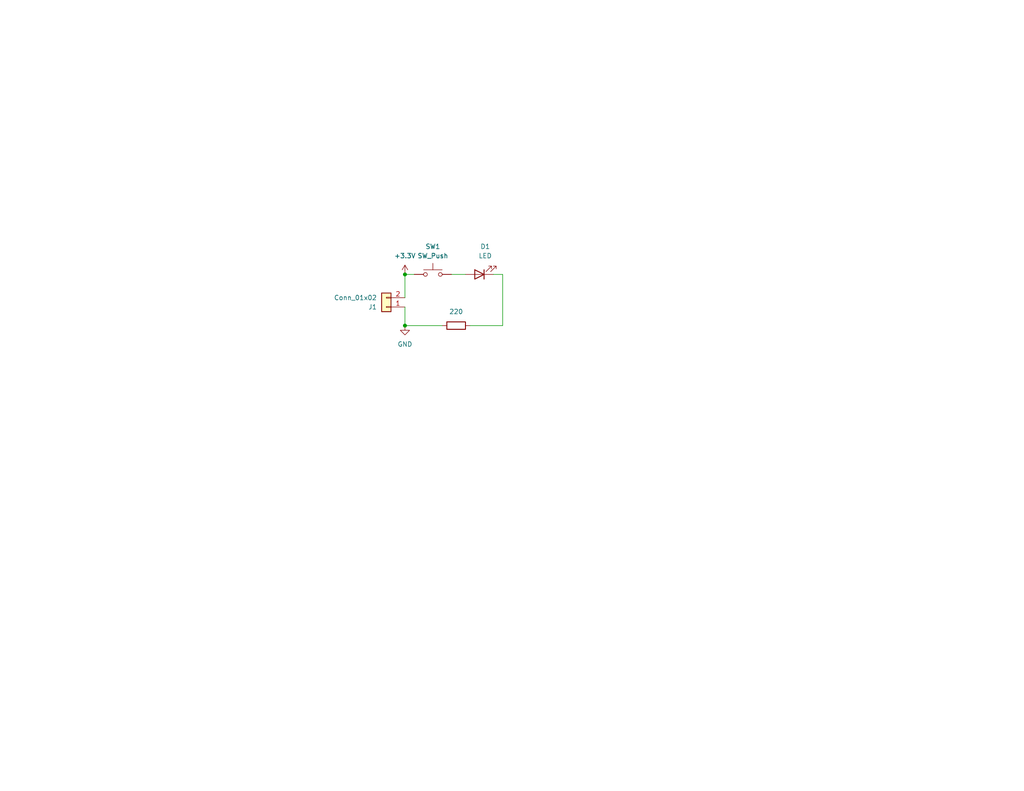
<source format=kicad_sch>
(kicad_sch (version 20231120) (generator "eeschema") (generator_version "8.0")
  (paper "USLetter")
  (title_block (title "Template") (date "2022-08-16") (rev "0.0") (company "Illini Solar Car") (comment 1 "Designed By: Your Name"))
  (lib_symbols
    (symbol "Connector_Generic:Conn_01x02" (pin_names (offset 1.016) hide)
      (property "Reference" "J" (at 0 2.54 0))
      (property "Value" "Conn_01x02" (at 0 -5.08 0))
      (symbol "Conn_01x02_1_1"
        (rectangle (start -1.27 -2.413) (end 0 -2.667) (stroke (width 0.1524)))
        (rectangle (start -1.27 0.127) (end 0 -0.127) (stroke (width 0.1524)))
        (rectangle (start -1.27 1.27) (end 1.27 -3.81) (stroke (width 0.254)) (fill (type background)))
        (pin passive line (at -5.08 0 0) (length 3.81) (name "Pin_1") (number "1"))
        (pin passive line (at -5.08 -2.54 0) (length 3.81) (name "Pin_2") (number "2"))
      )
    )
    (symbol "Device:R" (pin_numbers hide) (pin_names (offset 0))
      (property "Reference" "R" (at 2.032 0 90))
      (property "Value" "R" (at 0 0 90))
      (symbol "R_0_1"
        (rectangle (start -1.016 -2.54) (end 1.016 2.54) (stroke (width 0.254)))
      )
      (symbol "R_1_1"
        (pin passive line (at 0 3.81 270) (length 1.27) (name "~") (number "1"))
        (pin passive line (at 0 -3.81 90) (length 1.27) (name "~") (number "2"))
      )
    )
    (symbol "Switch:SW_Push" (pin_numbers hide) (pin_names (offset 1.016) hide)
      (property "Reference" "SW" (at 1.27 2.54 0))
      (property "Value" "SW_Push" (at 0 -1.524 0))
      (symbol "SW_Push_0_1"
        (circle (center -2.032 0) (radius 0.508))
        (polyline (pts (xy 0 1.27) (xy 0 3.048)))
        (polyline (pts (xy 2.54 1.27) (xy -2.54 1.27)))
        (circle (center 2.032 0) (radius 0.508))
        (pin passive line (at -5.08 0 0) (length 2.54) (name "1") (number "1"))
        (pin passive line (at 5.08 0 180) (length 2.54) (name "2") (number "2"))
      )
    )
    (symbol "device:LED" (pin_numbers hide) (pin_names (offset 1.016) hide)
      (property "Reference" "D" (at 0 2.54 0))
      (property "Value" "LED" (at 0 -2.54 0))
      (symbol "LED_0_1"
        (polyline (pts (xy -1.27 -1.27) (xy -1.27 1.27)) (stroke (width 0.254)))
        (polyline (pts (xy -1.27 0) (xy 1.27 0)))
        (polyline (pts (xy 1.27 -1.27) (xy 1.27 1.27) (xy -1.27 0) (xy 1.27 -1.27)) (stroke (width 0.254)))
        (polyline (pts (xy -3.048 -0.762) (xy -4.572 -2.286) (xy -3.81 -2.286) (xy -4.572 -2.286) (xy -4.572 -1.524)))
        (polyline (pts (xy -1.778 -0.762) (xy -3.302 -2.286) (xy -2.54 -2.286) (xy -3.302 -2.286) (xy -3.302 -1.524)))
      )
      (symbol "LED_1_1"
        (pin passive line (at -3.81 0 0) (length 2.54) (name "K") (number "1"))
        (pin passive line (at 3.81 0 180) (length 2.54) (name "A") (number "2"))
      )
    )
    (symbol "power:+3.3V" (power) (pin_names (offset 0))
      (property "Value" "+3.3V" (at 0 3.556 0))
      (symbol "+3.3V_0_1"
        (polyline (pts (xy -0.762 1.27) (xy 0 2.54)))
        (polyline (pts (xy 0 0) (xy 0 2.54)))
        (polyline (pts (xy 0 2.54) (xy 0.762 1.27)))
      )
      (symbol "+3.3V_1_1"
        (pin power_in line (at 0 0 90) (length 0) hide (name "+3V3") (number "1"))
      )
    )
    (symbol "power:GND" (power) (pin_names (offset 0))
      (property "Value" "GND" (at 0 -3.81 0))
      (symbol "GND_0_1"
        (polyline (pts (xy 0 0) (xy 0 -1.27) (xy 1.27 -1.27) (xy 0 -2.54) (xy -1.27 -1.27) (xy 0 -1.27)))
      )
      (symbol "GND_1_1"
        (pin power_in line (at 0 0 270) (length 0) hide (name "GND") (number "1"))
      )
    )
  )
  (junction (at 110.49 88.9))
  (junction (at 110.49 74.93))
  (wire (pts (xy 128.27 88.9) (xy 137.16 88.9)))
  (wire (pts (xy 110.49 74.93) (xy 113.03 74.93)))
  (wire (pts (xy 110.49 83.82) (xy 110.49 88.9)))
  (wire (pts (xy 110.49 74.93) (xy 110.49 81.28)))
  (wire (pts (xy 123.19 74.93) (xy 127 74.93)))
  (wire (pts (xy 134.62 74.93) (xy 137.16 74.93)))
  (wire (pts (xy 110.49 88.9) (xy 120.65 88.9)))
  (wire (pts (xy 137.16 74.93) (xy 137.16 88.9)))
  (symbol (lib_id "power:+3.3V") (at 110.49 74.93 0) (unit 1)
    (property "Reference" "#PWR01" (effects (hide yes)))
    (property "Value" "+3.3V" (at 110.49 69.85 0))
    (property "Description" "Power symbol creates a global label with name \"+3.3V\"" (effects (hide yes)))
  )
  (symbol (lib_id "Connector_Generic:Conn_01x02") (at 105.41 83.82 180) (unit 1)
    (property "Reference" "J1" (at 102.87 83.8201 0) (effects (justify left)))
    (property "Value" "Conn_01x02" (at 102.87 81.2801 0) (effects (justify left)))
    (property "Footprint" "Connector_PinHeader_1.00mm:PinHeader_1x02_P1.00mm_Vertical" (effects (hide yes)))
    (property "Description" "Generic connector, single row, 01x02, script generated (kicad-library-utils/schlib/autogen/connector/)" (effects (hide yes)))
  )
  (symbol (lib_id "device:LED") (at 130.81 74.93 180) (unit 1)
    (property "Reference" "D1" (at 132.3975 67.31 0))
    (property "Value" "LED" (at 132.3975 69.85 0))
    (property "Footprint" "Diode_SMD:D_0805_2012Metric" (effects (hide yes)))
    (property "Description" "Light emitting diode" (effects (hide yes)))
  )
  (symbol (lib_id "Switch:SW_Push") (at 118.11 74.93 0) (unit 1)
    (property "Reference" "SW1" (at 118.11 67.31 0))
    (property "Value" "SW_Push" (at 118.11 69.85 0))
    (property "Footprint" "Button_Switch_SMD:SW_DIP_SPSTx01_Slide_6.7x4.1mm_W8.61mm_P2.54mm_LowProfile" (effects (hide yes)))
    (property "Description" "Push button switch, generic, two pins" (effects (hide yes)))
  )
  (symbol (lib_id "power:GND") (at 110.49 88.9 0) (unit 1)
    (property "Reference" "#PWR02" (effects (hide yes)))
    (property "Value" "GND" (at 110.49 93.98 0))
    (property "Description" "Power symbol creates a global label with name \"GND\" , ground" (effects (hide yes)))
  )
  (symbol (lib_id "Device:R") (at 124.46 88.9 270) (unit 1)
    (property "Reference" "R1" (effects (hide yes)))
    (property "Value" "220" (at 124.46 85.09 90))
    (property "Footprint" "Resistor_SMD:R_0805_2012Metric" (effects (hide yes)))
    (property "Description" "Resistor" (effects (hide yes)))
  )
)
</source>
